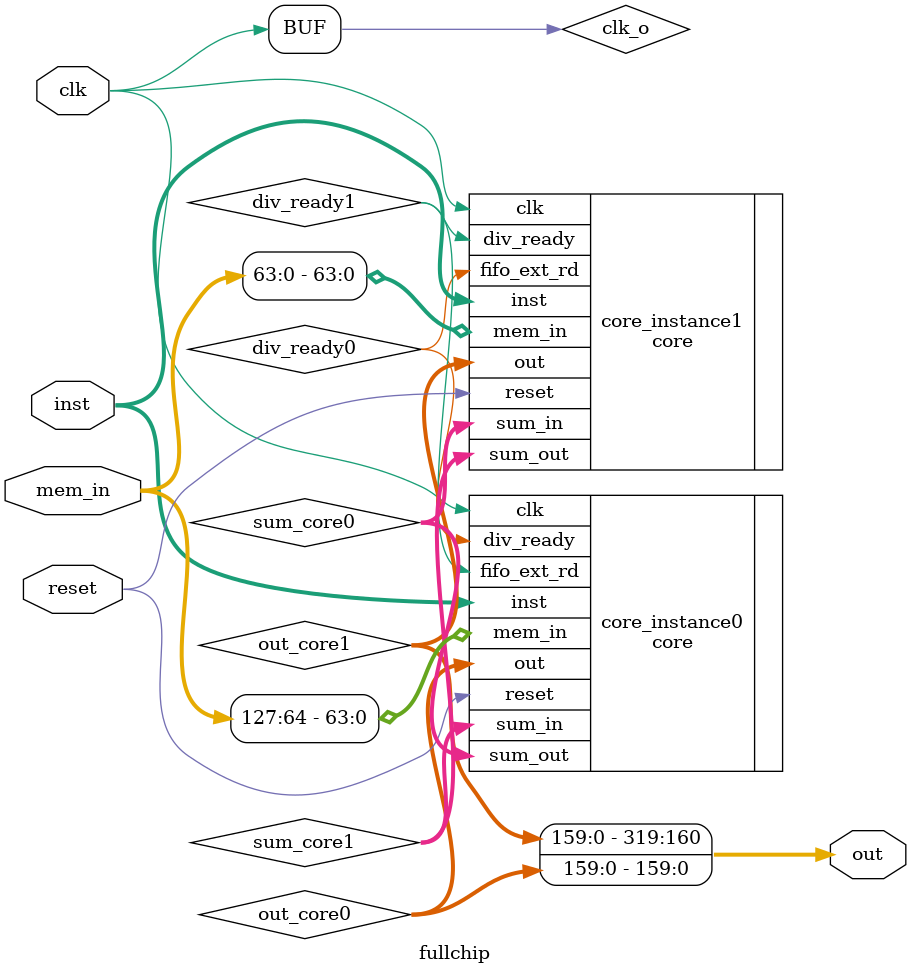
<source format=v>
module fullchip (clk, mem_in, inst, reset, out);

parameter col = 8;
parameter bw = 8;
parameter bw_psum = 2*bw+4;
parameter pr = 8;
parameter core = 2;

input  clk; 
input  [pr*bw*core-1:0] mem_in; 
input  [19:0] inst; 
input  reset;
output [bw_psum*col*core-1:0] out;

wire [bw_psum*col-1:0] out_core0;
wire [bw_psum*col-1:0] out_core1;
assign out = {out_core1, out_core0};
wire [bw_psum+3:0] sum_core0;
wire [bw_psum+3:0] sum_core1;
wire div_ready0, div_ready1;
wire  clk_o;
assign clk_o = clk;

core #(.bw(bw), .bw_psum(bw_psum), .col(col), .pr(pr)) core_instance0 (
      .reset(reset), 
      .clk(clk), 
      .mem_in(mem_in[pr*bw*core-1:pr*bw]), 
      .inst(inst),
      .out(out_core0),
      .sum_out(sum_core0),
      .sum_in(sum_core1),
      .fifo_ext_rd(div_ready1),
      .div_ready(div_ready0)
);

core #(.bw(bw), .bw_psum(bw_psum), .col(col), .pr(pr)) core_instance1 (
      .reset(reset), 
      .clk(clk_o), 
      .mem_in(mem_in[pr*bw-1:0]), 
      .inst(inst),
      .out(out_core1),
      .sum_out(sum_core1),
      .sum_in(sum_core0),
      .fifo_ext_rd(div_ready0),
      .div_ready(div_ready1)
);

endmodule

</source>
